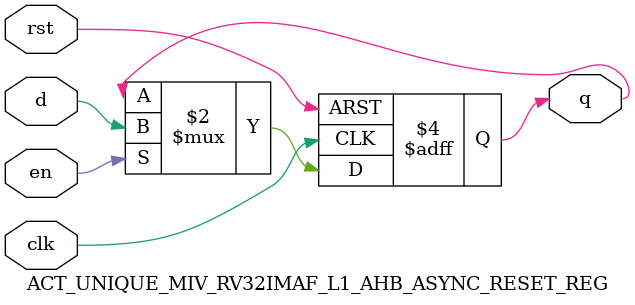
<source format=v>
`define RANDOMIZE
`timescale 1ns/10ps
module ACT_UNIQUE_MIV_RV32IMAF_L1_AHB_ASYNC_RESET_REG (
                      input      d,
                      output reg q,
                      input      en,

                      input      clk,
                      input      rst);
   
   always @(posedge clk or posedge rst) begin

      if (rst) begin
         q <= 1'b0;
      end else if (en) begin
         q <= d;
      end
   end
   

endmodule // ACT_UNIQUE_MIV_RV32IMAF_L1_AHB_ASYNC_RESET_REG

</source>
